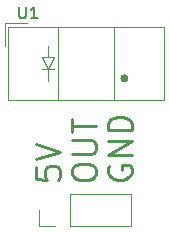
<source format=gbr>
%TF.GenerationSoftware,KiCad,Pcbnew,8.0.6*%
%TF.CreationDate,2024-12-18T19:05:39-05:00*%
%TF.ProjectId,photointerrupter_breakout,70686f74-6f69-46e7-9465-727275707465,rev?*%
%TF.SameCoordinates,PX7c745a0PY4ead9a0*%
%TF.FileFunction,Legend,Top*%
%TF.FilePolarity,Positive*%
%FSLAX46Y46*%
G04 Gerber Fmt 4.6, Leading zero omitted, Abs format (unit mm)*
G04 Created by KiCad (PCBNEW 8.0.6) date 2024-12-18 19:05:39*
%MOMM*%
%LPD*%
G01*
G04 APERTURE LIST*
%ADD10C,0.285714*%
%ADD11C,0.150000*%
%ADD12C,0.120000*%
%ADD13C,0.360000*%
G04 APERTURE END LIST*
D10*
X16545618Y-19288221D02*
X16450380Y-19478697D01*
X16450380Y-19478697D02*
X16450380Y-19764411D01*
X16450380Y-19764411D02*
X16545618Y-20050126D01*
X16545618Y-20050126D02*
X16736094Y-20240602D01*
X16736094Y-20240602D02*
X16926570Y-20335840D01*
X16926570Y-20335840D02*
X17307522Y-20431078D01*
X17307522Y-20431078D02*
X17593237Y-20431078D01*
X17593237Y-20431078D02*
X17974189Y-20335840D01*
X17974189Y-20335840D02*
X18164665Y-20240602D01*
X18164665Y-20240602D02*
X18355142Y-20050126D01*
X18355142Y-20050126D02*
X18450380Y-19764411D01*
X18450380Y-19764411D02*
X18450380Y-19573935D01*
X18450380Y-19573935D02*
X18355142Y-19288221D01*
X18355142Y-19288221D02*
X18259903Y-19192983D01*
X18259903Y-19192983D02*
X17593237Y-19192983D01*
X17593237Y-19192983D02*
X17593237Y-19573935D01*
X18450380Y-18335840D02*
X16450380Y-18335840D01*
X16450380Y-18335840D02*
X18450380Y-17192983D01*
X18450380Y-17192983D02*
X16450380Y-17192983D01*
X18450380Y-16240602D02*
X16450380Y-16240602D01*
X16450380Y-16240602D02*
X16450380Y-15764412D01*
X16450380Y-15764412D02*
X16545618Y-15478697D01*
X16545618Y-15478697D02*
X16736094Y-15288221D01*
X16736094Y-15288221D02*
X16926570Y-15192983D01*
X16926570Y-15192983D02*
X17307522Y-15097745D01*
X17307522Y-15097745D02*
X17593237Y-15097745D01*
X17593237Y-15097745D02*
X17974189Y-15192983D01*
X17974189Y-15192983D02*
X18164665Y-15288221D01*
X18164665Y-15288221D02*
X18355142Y-15478697D01*
X18355142Y-15478697D02*
X18450380Y-15764412D01*
X18450380Y-15764412D02*
X18450380Y-16240602D01*
X13410380Y-19954888D02*
X13410380Y-19573935D01*
X13410380Y-19573935D02*
X13505618Y-19383459D01*
X13505618Y-19383459D02*
X13696094Y-19192983D01*
X13696094Y-19192983D02*
X14077046Y-19097745D01*
X14077046Y-19097745D02*
X14743713Y-19097745D01*
X14743713Y-19097745D02*
X15124665Y-19192983D01*
X15124665Y-19192983D02*
X15315142Y-19383459D01*
X15315142Y-19383459D02*
X15410380Y-19573935D01*
X15410380Y-19573935D02*
X15410380Y-19954888D01*
X15410380Y-19954888D02*
X15315142Y-20145364D01*
X15315142Y-20145364D02*
X15124665Y-20335840D01*
X15124665Y-20335840D02*
X14743713Y-20431078D01*
X14743713Y-20431078D02*
X14077046Y-20431078D01*
X14077046Y-20431078D02*
X13696094Y-20335840D01*
X13696094Y-20335840D02*
X13505618Y-20145364D01*
X13505618Y-20145364D02*
X13410380Y-19954888D01*
X13410380Y-18240602D02*
X15029427Y-18240602D01*
X15029427Y-18240602D02*
X15219903Y-18145364D01*
X15219903Y-18145364D02*
X15315142Y-18050126D01*
X15315142Y-18050126D02*
X15410380Y-17859650D01*
X15410380Y-17859650D02*
X15410380Y-17478697D01*
X15410380Y-17478697D02*
X15315142Y-17288221D01*
X15315142Y-17288221D02*
X15219903Y-17192983D01*
X15219903Y-17192983D02*
X15029427Y-17097745D01*
X15029427Y-17097745D02*
X13410380Y-17097745D01*
X13410380Y-16431078D02*
X13410380Y-15288221D01*
X15410380Y-15859650D02*
X13410380Y-15859650D01*
X10370380Y-19383459D02*
X10370380Y-20335840D01*
X10370380Y-20335840D02*
X11322761Y-20431078D01*
X11322761Y-20431078D02*
X11227522Y-20335840D01*
X11227522Y-20335840D02*
X11132284Y-20145364D01*
X11132284Y-20145364D02*
X11132284Y-19669173D01*
X11132284Y-19669173D02*
X11227522Y-19478697D01*
X11227522Y-19478697D02*
X11322761Y-19383459D01*
X11322761Y-19383459D02*
X11513237Y-19288221D01*
X11513237Y-19288221D02*
X11989427Y-19288221D01*
X11989427Y-19288221D02*
X12179903Y-19383459D01*
X12179903Y-19383459D02*
X12275142Y-19478697D01*
X12275142Y-19478697D02*
X12370380Y-19669173D01*
X12370380Y-19669173D02*
X12370380Y-20145364D01*
X12370380Y-20145364D02*
X12275142Y-20335840D01*
X12275142Y-20335840D02*
X12179903Y-20431078D01*
X10370380Y-18716792D02*
X12370380Y-18050126D01*
X12370380Y-18050126D02*
X10370380Y-17383459D01*
D11*
X8919279Y-5767319D02*
X8919279Y-6576842D01*
X8919279Y-6576842D02*
X8966898Y-6672080D01*
X8966898Y-6672080D02*
X9014517Y-6719700D01*
X9014517Y-6719700D02*
X9109755Y-6767319D01*
X9109755Y-6767319D02*
X9300231Y-6767319D01*
X9300231Y-6767319D02*
X9395469Y-6719700D01*
X9395469Y-6719700D02*
X9443088Y-6672080D01*
X9443088Y-6672080D02*
X9490707Y-6576842D01*
X9490707Y-6576842D02*
X9490707Y-5767319D01*
X10490707Y-6767319D02*
X9919279Y-6767319D01*
X10204993Y-6767319D02*
X10204993Y-5767319D01*
X10204993Y-5767319D02*
X10109755Y-5910176D01*
X10109755Y-5910176D02*
X10014517Y-6005414D01*
X10014517Y-6005414D02*
X9919279Y-6053033D01*
D12*
%TO.C,U1*%
X7702500Y-7202500D02*
X7702500Y-9082500D01*
X7702500Y-7202500D02*
X9582500Y-7202500D01*
X7962500Y-7462500D02*
X21202500Y-7462500D01*
X7962500Y-13702500D02*
X7962500Y-7462500D01*
X10882500Y-10082500D02*
X11382500Y-11082500D01*
X11382500Y-10082500D02*
X11382500Y-9082500D01*
X11382500Y-11082500D02*
X11382500Y-12082500D01*
X11382500Y-11082500D02*
X11882500Y-10082500D01*
X11882500Y-10082500D02*
X10882500Y-10082500D01*
X11882500Y-11082500D02*
X10882500Y-11082500D01*
X12202500Y-13682500D02*
X12202500Y-7462500D01*
X16962500Y-13682500D02*
X16962500Y-7462500D01*
X21202500Y-7462500D02*
X21202500Y-13702500D01*
X21202500Y-13702500D02*
X7962500Y-13702500D01*
D13*
X18012500Y-11852500D02*
G75*
G02*
X17652500Y-11852500I-180000J0D01*
G01*
X17652500Y-11852500D02*
G75*
G02*
X18012500Y-11852500I180000J0D01*
G01*
D12*
%TO.C,J1*%
X10645000Y-24330000D02*
X10645000Y-23000000D01*
X11975000Y-24330000D02*
X10645000Y-24330000D01*
X13245000Y-24330000D02*
X18385000Y-24330000D01*
X13245000Y-24330000D02*
X13245000Y-21670000D01*
X18385000Y-24330000D02*
X18385000Y-21670000D01*
X13245000Y-21670000D02*
X18385000Y-21670000D01*
%TD*%
M02*

</source>
